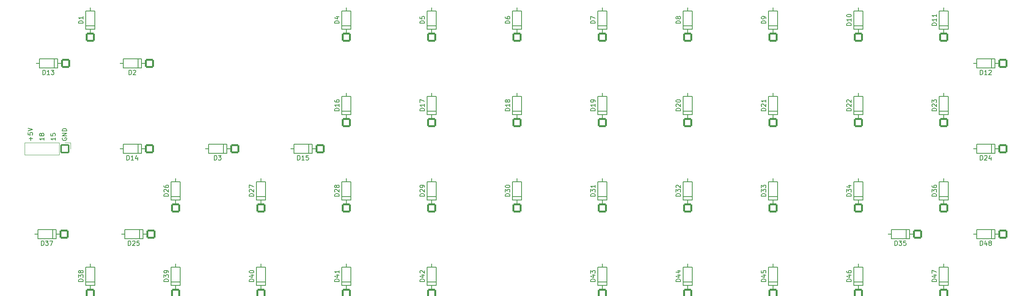
<source format=gto>
G04 #@! TF.GenerationSoftware,KiCad,Pcbnew,(6.0.0)*
G04 #@! TF.CreationDate,2022-02-06T23:40:04-05:00*
G04 #@! TF.ProjectId,Contra,436f6e74-7261-42e6-9b69-6361645f7063,rev?*
G04 #@! TF.SameCoordinates,Original*
G04 #@! TF.FileFunction,Legend,Top*
G04 #@! TF.FilePolarity,Positive*
%FSLAX46Y46*%
G04 Gerber Fmt 4.6, Leading zero omitted, Abs format (unit mm)*
G04 Created by KiCad (PCBNEW (6.0.0)) date 2022-02-06 23:40:04*
%MOMM*%
%LPD*%
G01*
G04 APERTURE LIST*
G04 Aperture macros list*
%AMRoundRect*
0 Rectangle with rounded corners*
0 $1 Rounding radius*
0 $2 $3 $4 $5 $6 $7 $8 $9 X,Y pos of 4 corners*
0 Add a 4 corners polygon primitive as box body*
4,1,4,$2,$3,$4,$5,$6,$7,$8,$9,$2,$3,0*
0 Add four circle primitives for the rounded corners*
1,1,$1+$1,$2,$3*
1,1,$1+$1,$4,$5*
1,1,$1+$1,$6,$7*
1,1,$1+$1,$8,$9*
0 Add four rect primitives between the rounded corners*
20,1,$1+$1,$2,$3,$4,$5,0*
20,1,$1+$1,$4,$5,$6,$7,0*
20,1,$1+$1,$6,$7,$8,$9,0*
20,1,$1+$1,$8,$9,$2,$3,0*%
G04 Aperture macros list end*
%ADD10C,0.150000*%
%ADD11C,0.120000*%
%ADD12C,2.150000*%
%ADD13C,4.387800*%
%ADD14C,3.448000*%
%ADD15C,1.100000*%
%ADD16C,4.800000*%
%ADD17RoundRect,0.200000X0.800000X-0.800000X0.800000X0.800000X-0.800000X0.800000X-0.800000X-0.800000X0*%
%ADD18O,2.000000X2.000000*%
%ADD19RoundRect,0.200000X0.800000X0.800000X-0.800000X0.800000X-0.800000X-0.800000X0.800000X-0.800000X0*%
%ADD20RoundRect,0.200000X-0.850000X0.850000X-0.850000X-0.850000X0.850000X-0.850000X0.850000X0.850000X0*%
%ADD21O,2.100000X2.100000*%
%ADD22C,2.432000*%
%ADD23C,2.200000*%
G04 APERTURE END LIST*
D10*
X41410000Y-64261904D02*
X41362380Y-64357142D01*
X41362380Y-64500000D01*
X41410000Y-64642857D01*
X41505238Y-64738095D01*
X41600476Y-64785714D01*
X41790952Y-64833333D01*
X41933809Y-64833333D01*
X42124285Y-64785714D01*
X42219523Y-64738095D01*
X42314761Y-64642857D01*
X42362380Y-64500000D01*
X42362380Y-64404761D01*
X42314761Y-64261904D01*
X42267142Y-64214285D01*
X41933809Y-64214285D01*
X41933809Y-64404761D01*
X42362380Y-63785714D02*
X41362380Y-63785714D01*
X42362380Y-63214285D01*
X41362380Y-63214285D01*
X42362380Y-62738095D02*
X41362380Y-62738095D01*
X41362380Y-62500000D01*
X41410000Y-62357142D01*
X41505238Y-62261904D01*
X41600476Y-62214285D01*
X41790952Y-62166666D01*
X41933809Y-62166666D01*
X42124285Y-62214285D01*
X42219523Y-62261904D01*
X42314761Y-62357142D01*
X42362380Y-62500000D01*
X42362380Y-62738095D01*
X37282380Y-64198476D02*
X37282380Y-64769904D01*
X37282380Y-64484190D02*
X36282380Y-64484190D01*
X36425238Y-64579428D01*
X36520476Y-64674666D01*
X36568095Y-64769904D01*
X36710952Y-63627047D02*
X36663333Y-63722285D01*
X36615714Y-63769904D01*
X36520476Y-63817523D01*
X36472857Y-63817523D01*
X36377619Y-63769904D01*
X36330000Y-63722285D01*
X36282380Y-63627047D01*
X36282380Y-63436571D01*
X36330000Y-63341333D01*
X36377619Y-63293714D01*
X36472857Y-63246095D01*
X36520476Y-63246095D01*
X36615714Y-63293714D01*
X36663333Y-63341333D01*
X36710952Y-63436571D01*
X36710952Y-63627047D01*
X36758571Y-63722285D01*
X36806190Y-63769904D01*
X36901428Y-63817523D01*
X37091904Y-63817523D01*
X37187142Y-63769904D01*
X37234761Y-63722285D01*
X37282380Y-63627047D01*
X37282380Y-63436571D01*
X37234761Y-63341333D01*
X37187142Y-63293714D01*
X37091904Y-63246095D01*
X36901428Y-63246095D01*
X36806190Y-63293714D01*
X36758571Y-63341333D01*
X36710952Y-63436571D01*
X39822380Y-64198476D02*
X39822380Y-64769904D01*
X39822380Y-64484190D02*
X38822380Y-64484190D01*
X38965238Y-64579428D01*
X39060476Y-64674666D01*
X39108095Y-64769904D01*
X38822380Y-63293714D02*
X38822380Y-63769904D01*
X39298571Y-63817523D01*
X39250952Y-63769904D01*
X39203333Y-63674666D01*
X39203333Y-63436571D01*
X39250952Y-63341333D01*
X39298571Y-63293714D01*
X39393809Y-63246095D01*
X39631904Y-63246095D01*
X39727142Y-63293714D01*
X39774761Y-63341333D01*
X39822380Y-63436571D01*
X39822380Y-63674666D01*
X39774761Y-63769904D01*
X39727142Y-63817523D01*
X34361428Y-64785714D02*
X34361428Y-64023809D01*
X34742380Y-64404761D02*
X33980476Y-64404761D01*
X33742380Y-63071428D02*
X33742380Y-63547619D01*
X34218571Y-63595238D01*
X34170952Y-63547619D01*
X34123333Y-63452380D01*
X34123333Y-63214285D01*
X34170952Y-63119047D01*
X34218571Y-63071428D01*
X34313809Y-63023809D01*
X34551904Y-63023809D01*
X34647142Y-63071428D01*
X34694761Y-63119047D01*
X34742380Y-63214285D01*
X34742380Y-63452380D01*
X34694761Y-63547619D01*
X34647142Y-63595238D01*
X33742380Y-62738095D02*
X34742380Y-62404761D01*
X33742380Y-62071428D01*
X46017380Y-38679345D02*
X45017380Y-38679345D01*
X45017380Y-38441250D01*
X45065000Y-38298392D01*
X45160238Y-38203154D01*
X45255476Y-38155535D01*
X45445952Y-38107916D01*
X45588809Y-38107916D01*
X45779285Y-38155535D01*
X45874523Y-38203154D01*
X45969761Y-38298392D01*
X46017380Y-38441250D01*
X46017380Y-38679345D01*
X46017380Y-37155535D02*
X46017380Y-37726964D01*
X46017380Y-37441250D02*
X45017380Y-37441250D01*
X45160238Y-37536488D01*
X45255476Y-37631726D01*
X45303095Y-37726964D01*
X56253154Y-50137380D02*
X56253154Y-49137380D01*
X56491250Y-49137380D01*
X56634107Y-49185000D01*
X56729345Y-49280238D01*
X56776964Y-49375476D01*
X56824583Y-49565952D01*
X56824583Y-49708809D01*
X56776964Y-49899285D01*
X56729345Y-49994523D01*
X56634107Y-50089761D01*
X56491250Y-50137380D01*
X56253154Y-50137380D01*
X57205535Y-49232619D02*
X57253154Y-49185000D01*
X57348392Y-49137380D01*
X57586488Y-49137380D01*
X57681726Y-49185000D01*
X57729345Y-49232619D01*
X57776964Y-49327857D01*
X57776964Y-49423095D01*
X57729345Y-49565952D01*
X57157916Y-50137380D01*
X57776964Y-50137380D01*
X75303154Y-69187380D02*
X75303154Y-68187380D01*
X75541250Y-68187380D01*
X75684107Y-68235000D01*
X75779345Y-68330238D01*
X75826964Y-68425476D01*
X75874583Y-68615952D01*
X75874583Y-68758809D01*
X75826964Y-68949285D01*
X75779345Y-69044523D01*
X75684107Y-69139761D01*
X75541250Y-69187380D01*
X75303154Y-69187380D01*
X76207916Y-68187380D02*
X76826964Y-68187380D01*
X76493630Y-68568333D01*
X76636488Y-68568333D01*
X76731726Y-68615952D01*
X76779345Y-68663571D01*
X76826964Y-68758809D01*
X76826964Y-68996904D01*
X76779345Y-69092142D01*
X76731726Y-69139761D01*
X76636488Y-69187380D01*
X76350773Y-69187380D01*
X76255535Y-69139761D01*
X76207916Y-69092142D01*
X103167380Y-38679345D02*
X102167380Y-38679345D01*
X102167380Y-38441250D01*
X102215000Y-38298392D01*
X102310238Y-38203154D01*
X102405476Y-38155535D01*
X102595952Y-38107916D01*
X102738809Y-38107916D01*
X102929285Y-38155535D01*
X103024523Y-38203154D01*
X103119761Y-38298392D01*
X103167380Y-38441250D01*
X103167380Y-38679345D01*
X102500714Y-37250773D02*
X103167380Y-37250773D01*
X102119761Y-37488869D02*
X102834047Y-37726964D01*
X102834047Y-37107916D01*
X122217380Y-38679345D02*
X121217380Y-38679345D01*
X121217380Y-38441250D01*
X121265000Y-38298392D01*
X121360238Y-38203154D01*
X121455476Y-38155535D01*
X121645952Y-38107916D01*
X121788809Y-38107916D01*
X121979285Y-38155535D01*
X122074523Y-38203154D01*
X122169761Y-38298392D01*
X122217380Y-38441250D01*
X122217380Y-38679345D01*
X121217380Y-37203154D02*
X121217380Y-37679345D01*
X121693571Y-37726964D01*
X121645952Y-37679345D01*
X121598333Y-37584107D01*
X121598333Y-37346011D01*
X121645952Y-37250773D01*
X121693571Y-37203154D01*
X121788809Y-37155535D01*
X122026904Y-37155535D01*
X122122142Y-37203154D01*
X122169761Y-37250773D01*
X122217380Y-37346011D01*
X122217380Y-37584107D01*
X122169761Y-37679345D01*
X122122142Y-37726964D01*
X141267380Y-38679345D02*
X140267380Y-38679345D01*
X140267380Y-38441250D01*
X140315000Y-38298392D01*
X140410238Y-38203154D01*
X140505476Y-38155535D01*
X140695952Y-38107916D01*
X140838809Y-38107916D01*
X141029285Y-38155535D01*
X141124523Y-38203154D01*
X141219761Y-38298392D01*
X141267380Y-38441250D01*
X141267380Y-38679345D01*
X140267380Y-37250773D02*
X140267380Y-37441250D01*
X140315000Y-37536488D01*
X140362619Y-37584107D01*
X140505476Y-37679345D01*
X140695952Y-37726964D01*
X141076904Y-37726964D01*
X141172142Y-37679345D01*
X141219761Y-37631726D01*
X141267380Y-37536488D01*
X141267380Y-37346011D01*
X141219761Y-37250773D01*
X141172142Y-37203154D01*
X141076904Y-37155535D01*
X140838809Y-37155535D01*
X140743571Y-37203154D01*
X140695952Y-37250773D01*
X140648333Y-37346011D01*
X140648333Y-37536488D01*
X140695952Y-37631726D01*
X140743571Y-37679345D01*
X140838809Y-37726964D01*
X160317380Y-38679345D02*
X159317380Y-38679345D01*
X159317380Y-38441250D01*
X159365000Y-38298392D01*
X159460238Y-38203154D01*
X159555476Y-38155535D01*
X159745952Y-38107916D01*
X159888809Y-38107916D01*
X160079285Y-38155535D01*
X160174523Y-38203154D01*
X160269761Y-38298392D01*
X160317380Y-38441250D01*
X160317380Y-38679345D01*
X159317380Y-37774583D02*
X159317380Y-37107916D01*
X160317380Y-37536488D01*
X179367380Y-38679345D02*
X178367380Y-38679345D01*
X178367380Y-38441250D01*
X178415000Y-38298392D01*
X178510238Y-38203154D01*
X178605476Y-38155535D01*
X178795952Y-38107916D01*
X178938809Y-38107916D01*
X179129285Y-38155535D01*
X179224523Y-38203154D01*
X179319761Y-38298392D01*
X179367380Y-38441250D01*
X179367380Y-38679345D01*
X178795952Y-37536488D02*
X178748333Y-37631726D01*
X178700714Y-37679345D01*
X178605476Y-37726964D01*
X178557857Y-37726964D01*
X178462619Y-37679345D01*
X178415000Y-37631726D01*
X178367380Y-37536488D01*
X178367380Y-37346011D01*
X178415000Y-37250773D01*
X178462619Y-37203154D01*
X178557857Y-37155535D01*
X178605476Y-37155535D01*
X178700714Y-37203154D01*
X178748333Y-37250773D01*
X178795952Y-37346011D01*
X178795952Y-37536488D01*
X178843571Y-37631726D01*
X178891190Y-37679345D01*
X178986428Y-37726964D01*
X179176904Y-37726964D01*
X179272142Y-37679345D01*
X179319761Y-37631726D01*
X179367380Y-37536488D01*
X179367380Y-37346011D01*
X179319761Y-37250773D01*
X179272142Y-37203154D01*
X179176904Y-37155535D01*
X178986428Y-37155535D01*
X178891190Y-37203154D01*
X178843571Y-37250773D01*
X178795952Y-37346011D01*
X198417380Y-38679345D02*
X197417380Y-38679345D01*
X197417380Y-38441250D01*
X197465000Y-38298392D01*
X197560238Y-38203154D01*
X197655476Y-38155535D01*
X197845952Y-38107916D01*
X197988809Y-38107916D01*
X198179285Y-38155535D01*
X198274523Y-38203154D01*
X198369761Y-38298392D01*
X198417380Y-38441250D01*
X198417380Y-38679345D01*
X198417380Y-37631726D02*
X198417380Y-37441250D01*
X198369761Y-37346011D01*
X198322142Y-37298392D01*
X198179285Y-37203154D01*
X197988809Y-37155535D01*
X197607857Y-37155535D01*
X197512619Y-37203154D01*
X197465000Y-37250773D01*
X197417380Y-37346011D01*
X197417380Y-37536488D01*
X197465000Y-37631726D01*
X197512619Y-37679345D01*
X197607857Y-37726964D01*
X197845952Y-37726964D01*
X197941190Y-37679345D01*
X197988809Y-37631726D01*
X198036428Y-37536488D01*
X198036428Y-37346011D01*
X197988809Y-37250773D01*
X197941190Y-37203154D01*
X197845952Y-37155535D01*
X217467380Y-39155535D02*
X216467380Y-39155535D01*
X216467380Y-38917440D01*
X216515000Y-38774583D01*
X216610238Y-38679345D01*
X216705476Y-38631726D01*
X216895952Y-38584107D01*
X217038809Y-38584107D01*
X217229285Y-38631726D01*
X217324523Y-38679345D01*
X217419761Y-38774583D01*
X217467380Y-38917440D01*
X217467380Y-39155535D01*
X217467380Y-37631726D02*
X217467380Y-38203154D01*
X217467380Y-37917440D02*
X216467380Y-37917440D01*
X216610238Y-38012678D01*
X216705476Y-38107916D01*
X216753095Y-38203154D01*
X216467380Y-37012678D02*
X216467380Y-36917440D01*
X216515000Y-36822202D01*
X216562619Y-36774583D01*
X216657857Y-36726964D01*
X216848333Y-36679345D01*
X217086428Y-36679345D01*
X217276904Y-36726964D01*
X217372142Y-36774583D01*
X217419761Y-36822202D01*
X217467380Y-36917440D01*
X217467380Y-37012678D01*
X217419761Y-37107916D01*
X217372142Y-37155535D01*
X217276904Y-37203154D01*
X217086428Y-37250773D01*
X216848333Y-37250773D01*
X216657857Y-37203154D01*
X216562619Y-37155535D01*
X216515000Y-37107916D01*
X216467380Y-37012678D01*
X236517380Y-39155535D02*
X235517380Y-39155535D01*
X235517380Y-38917440D01*
X235565000Y-38774583D01*
X235660238Y-38679345D01*
X235755476Y-38631726D01*
X235945952Y-38584107D01*
X236088809Y-38584107D01*
X236279285Y-38631726D01*
X236374523Y-38679345D01*
X236469761Y-38774583D01*
X236517380Y-38917440D01*
X236517380Y-39155535D01*
X236517380Y-37631726D02*
X236517380Y-38203154D01*
X236517380Y-37917440D02*
X235517380Y-37917440D01*
X235660238Y-38012678D01*
X235755476Y-38107916D01*
X235803095Y-38203154D01*
X236517380Y-36679345D02*
X236517380Y-37250773D01*
X236517380Y-36965059D02*
X235517380Y-36965059D01*
X235660238Y-37060297D01*
X235755476Y-37155535D01*
X235803095Y-37250773D01*
X246276964Y-50137380D02*
X246276964Y-49137380D01*
X246515059Y-49137380D01*
X246657916Y-49185000D01*
X246753154Y-49280238D01*
X246800773Y-49375476D01*
X246848392Y-49565952D01*
X246848392Y-49708809D01*
X246800773Y-49899285D01*
X246753154Y-49994523D01*
X246657916Y-50089761D01*
X246515059Y-50137380D01*
X246276964Y-50137380D01*
X247800773Y-50137380D02*
X247229345Y-50137380D01*
X247515059Y-50137380D02*
X247515059Y-49137380D01*
X247419821Y-49280238D01*
X247324583Y-49375476D01*
X247229345Y-49423095D01*
X248181726Y-49232619D02*
X248229345Y-49185000D01*
X248324583Y-49137380D01*
X248562678Y-49137380D01*
X248657916Y-49185000D01*
X248705535Y-49232619D01*
X248753154Y-49327857D01*
X248753154Y-49423095D01*
X248705535Y-49565952D01*
X248134107Y-50137380D01*
X248753154Y-50137380D01*
X37044464Y-50137380D02*
X37044464Y-49137380D01*
X37282559Y-49137380D01*
X37425416Y-49185000D01*
X37520654Y-49280238D01*
X37568273Y-49375476D01*
X37615892Y-49565952D01*
X37615892Y-49708809D01*
X37568273Y-49899285D01*
X37520654Y-49994523D01*
X37425416Y-50089761D01*
X37282559Y-50137380D01*
X37044464Y-50137380D01*
X38568273Y-50137380D02*
X37996845Y-50137380D01*
X38282559Y-50137380D02*
X38282559Y-49137380D01*
X38187321Y-49280238D01*
X38092083Y-49375476D01*
X37996845Y-49423095D01*
X38901607Y-49137380D02*
X39520654Y-49137380D01*
X39187321Y-49518333D01*
X39330178Y-49518333D01*
X39425416Y-49565952D01*
X39473035Y-49613571D01*
X39520654Y-49708809D01*
X39520654Y-49946904D01*
X39473035Y-50042142D01*
X39425416Y-50089761D01*
X39330178Y-50137380D01*
X39044464Y-50137380D01*
X38949226Y-50089761D01*
X38901607Y-50042142D01*
X55776964Y-69187380D02*
X55776964Y-68187380D01*
X56015059Y-68187380D01*
X56157916Y-68235000D01*
X56253154Y-68330238D01*
X56300773Y-68425476D01*
X56348392Y-68615952D01*
X56348392Y-68758809D01*
X56300773Y-68949285D01*
X56253154Y-69044523D01*
X56157916Y-69139761D01*
X56015059Y-69187380D01*
X55776964Y-69187380D01*
X57300773Y-69187380D02*
X56729345Y-69187380D01*
X57015059Y-69187380D02*
X57015059Y-68187380D01*
X56919821Y-68330238D01*
X56824583Y-68425476D01*
X56729345Y-68473095D01*
X58157916Y-68520714D02*
X58157916Y-69187380D01*
X57919821Y-68139761D02*
X57681726Y-68854047D01*
X58300773Y-68854047D01*
X93876964Y-69187380D02*
X93876964Y-68187380D01*
X94115059Y-68187380D01*
X94257916Y-68235000D01*
X94353154Y-68330238D01*
X94400773Y-68425476D01*
X94448392Y-68615952D01*
X94448392Y-68758809D01*
X94400773Y-68949285D01*
X94353154Y-69044523D01*
X94257916Y-69139761D01*
X94115059Y-69187380D01*
X93876964Y-69187380D01*
X95400773Y-69187380D02*
X94829345Y-69187380D01*
X95115059Y-69187380D02*
X95115059Y-68187380D01*
X95019821Y-68330238D01*
X94924583Y-68425476D01*
X94829345Y-68473095D01*
X96305535Y-68187380D02*
X95829345Y-68187380D01*
X95781726Y-68663571D01*
X95829345Y-68615952D01*
X95924583Y-68568333D01*
X96162678Y-68568333D01*
X96257916Y-68615952D01*
X96305535Y-68663571D01*
X96353154Y-68758809D01*
X96353154Y-68996904D01*
X96305535Y-69092142D01*
X96257916Y-69139761D01*
X96162678Y-69187380D01*
X95924583Y-69187380D01*
X95829345Y-69139761D01*
X95781726Y-69092142D01*
X103167380Y-58205535D02*
X102167380Y-58205535D01*
X102167380Y-57967440D01*
X102215000Y-57824583D01*
X102310238Y-57729345D01*
X102405476Y-57681726D01*
X102595952Y-57634107D01*
X102738809Y-57634107D01*
X102929285Y-57681726D01*
X103024523Y-57729345D01*
X103119761Y-57824583D01*
X103167380Y-57967440D01*
X103167380Y-58205535D01*
X103167380Y-56681726D02*
X103167380Y-57253154D01*
X103167380Y-56967440D02*
X102167380Y-56967440D01*
X102310238Y-57062678D01*
X102405476Y-57157916D01*
X102453095Y-57253154D01*
X102167380Y-55824583D02*
X102167380Y-56015059D01*
X102215000Y-56110297D01*
X102262619Y-56157916D01*
X102405476Y-56253154D01*
X102595952Y-56300773D01*
X102976904Y-56300773D01*
X103072142Y-56253154D01*
X103119761Y-56205535D01*
X103167380Y-56110297D01*
X103167380Y-55919821D01*
X103119761Y-55824583D01*
X103072142Y-55776964D01*
X102976904Y-55729345D01*
X102738809Y-55729345D01*
X102643571Y-55776964D01*
X102595952Y-55824583D01*
X102548333Y-55919821D01*
X102548333Y-56110297D01*
X102595952Y-56205535D01*
X102643571Y-56253154D01*
X102738809Y-56300773D01*
X122217380Y-58205535D02*
X121217380Y-58205535D01*
X121217380Y-57967440D01*
X121265000Y-57824583D01*
X121360238Y-57729345D01*
X121455476Y-57681726D01*
X121645952Y-57634107D01*
X121788809Y-57634107D01*
X121979285Y-57681726D01*
X122074523Y-57729345D01*
X122169761Y-57824583D01*
X122217380Y-57967440D01*
X122217380Y-58205535D01*
X122217380Y-56681726D02*
X122217380Y-57253154D01*
X122217380Y-56967440D02*
X121217380Y-56967440D01*
X121360238Y-57062678D01*
X121455476Y-57157916D01*
X121503095Y-57253154D01*
X121217380Y-56348392D02*
X121217380Y-55681726D01*
X122217380Y-56110297D01*
X141267380Y-58205535D02*
X140267380Y-58205535D01*
X140267380Y-57967440D01*
X140315000Y-57824583D01*
X140410238Y-57729345D01*
X140505476Y-57681726D01*
X140695952Y-57634107D01*
X140838809Y-57634107D01*
X141029285Y-57681726D01*
X141124523Y-57729345D01*
X141219761Y-57824583D01*
X141267380Y-57967440D01*
X141267380Y-58205535D01*
X141267380Y-56681726D02*
X141267380Y-57253154D01*
X141267380Y-56967440D02*
X140267380Y-56967440D01*
X140410238Y-57062678D01*
X140505476Y-57157916D01*
X140553095Y-57253154D01*
X140695952Y-56110297D02*
X140648333Y-56205535D01*
X140600714Y-56253154D01*
X140505476Y-56300773D01*
X140457857Y-56300773D01*
X140362619Y-56253154D01*
X140315000Y-56205535D01*
X140267380Y-56110297D01*
X140267380Y-55919821D01*
X140315000Y-55824583D01*
X140362619Y-55776964D01*
X140457857Y-55729345D01*
X140505476Y-55729345D01*
X140600714Y-55776964D01*
X140648333Y-55824583D01*
X140695952Y-55919821D01*
X140695952Y-56110297D01*
X140743571Y-56205535D01*
X140791190Y-56253154D01*
X140886428Y-56300773D01*
X141076904Y-56300773D01*
X141172142Y-56253154D01*
X141219761Y-56205535D01*
X141267380Y-56110297D01*
X141267380Y-55919821D01*
X141219761Y-55824583D01*
X141172142Y-55776964D01*
X141076904Y-55729345D01*
X140886428Y-55729345D01*
X140791190Y-55776964D01*
X140743571Y-55824583D01*
X140695952Y-55919821D01*
X160317380Y-58205535D02*
X159317380Y-58205535D01*
X159317380Y-57967440D01*
X159365000Y-57824583D01*
X159460238Y-57729345D01*
X159555476Y-57681726D01*
X159745952Y-57634107D01*
X159888809Y-57634107D01*
X160079285Y-57681726D01*
X160174523Y-57729345D01*
X160269761Y-57824583D01*
X160317380Y-57967440D01*
X160317380Y-58205535D01*
X160317380Y-56681726D02*
X160317380Y-57253154D01*
X160317380Y-56967440D02*
X159317380Y-56967440D01*
X159460238Y-57062678D01*
X159555476Y-57157916D01*
X159603095Y-57253154D01*
X160317380Y-56205535D02*
X160317380Y-56015059D01*
X160269761Y-55919821D01*
X160222142Y-55872202D01*
X160079285Y-55776964D01*
X159888809Y-55729345D01*
X159507857Y-55729345D01*
X159412619Y-55776964D01*
X159365000Y-55824583D01*
X159317380Y-55919821D01*
X159317380Y-56110297D01*
X159365000Y-56205535D01*
X159412619Y-56253154D01*
X159507857Y-56300773D01*
X159745952Y-56300773D01*
X159841190Y-56253154D01*
X159888809Y-56205535D01*
X159936428Y-56110297D01*
X159936428Y-55919821D01*
X159888809Y-55824583D01*
X159841190Y-55776964D01*
X159745952Y-55729345D01*
X179367380Y-58205535D02*
X178367380Y-58205535D01*
X178367380Y-57967440D01*
X178415000Y-57824583D01*
X178510238Y-57729345D01*
X178605476Y-57681726D01*
X178795952Y-57634107D01*
X178938809Y-57634107D01*
X179129285Y-57681726D01*
X179224523Y-57729345D01*
X179319761Y-57824583D01*
X179367380Y-57967440D01*
X179367380Y-58205535D01*
X178462619Y-57253154D02*
X178415000Y-57205535D01*
X178367380Y-57110297D01*
X178367380Y-56872202D01*
X178415000Y-56776964D01*
X178462619Y-56729345D01*
X178557857Y-56681726D01*
X178653095Y-56681726D01*
X178795952Y-56729345D01*
X179367380Y-57300773D01*
X179367380Y-56681726D01*
X178367380Y-56062678D02*
X178367380Y-55967440D01*
X178415000Y-55872202D01*
X178462619Y-55824583D01*
X178557857Y-55776964D01*
X178748333Y-55729345D01*
X178986428Y-55729345D01*
X179176904Y-55776964D01*
X179272142Y-55824583D01*
X179319761Y-55872202D01*
X179367380Y-55967440D01*
X179367380Y-56062678D01*
X179319761Y-56157916D01*
X179272142Y-56205535D01*
X179176904Y-56253154D01*
X178986428Y-56300773D01*
X178748333Y-56300773D01*
X178557857Y-56253154D01*
X178462619Y-56205535D01*
X178415000Y-56157916D01*
X178367380Y-56062678D01*
X198417380Y-58205535D02*
X197417380Y-58205535D01*
X197417380Y-57967440D01*
X197465000Y-57824583D01*
X197560238Y-57729345D01*
X197655476Y-57681726D01*
X197845952Y-57634107D01*
X197988809Y-57634107D01*
X198179285Y-57681726D01*
X198274523Y-57729345D01*
X198369761Y-57824583D01*
X198417380Y-57967440D01*
X198417380Y-58205535D01*
X197512619Y-57253154D02*
X197465000Y-57205535D01*
X197417380Y-57110297D01*
X197417380Y-56872202D01*
X197465000Y-56776964D01*
X197512619Y-56729345D01*
X197607857Y-56681726D01*
X197703095Y-56681726D01*
X197845952Y-56729345D01*
X198417380Y-57300773D01*
X198417380Y-56681726D01*
X198417380Y-55729345D02*
X198417380Y-56300773D01*
X198417380Y-56015059D02*
X197417380Y-56015059D01*
X197560238Y-56110297D01*
X197655476Y-56205535D01*
X197703095Y-56300773D01*
X217467380Y-58205535D02*
X216467380Y-58205535D01*
X216467380Y-57967440D01*
X216515000Y-57824583D01*
X216610238Y-57729345D01*
X216705476Y-57681726D01*
X216895952Y-57634107D01*
X217038809Y-57634107D01*
X217229285Y-57681726D01*
X217324523Y-57729345D01*
X217419761Y-57824583D01*
X217467380Y-57967440D01*
X217467380Y-58205535D01*
X216562619Y-57253154D02*
X216515000Y-57205535D01*
X216467380Y-57110297D01*
X216467380Y-56872202D01*
X216515000Y-56776964D01*
X216562619Y-56729345D01*
X216657857Y-56681726D01*
X216753095Y-56681726D01*
X216895952Y-56729345D01*
X217467380Y-57300773D01*
X217467380Y-56681726D01*
X216562619Y-56300773D02*
X216515000Y-56253154D01*
X216467380Y-56157916D01*
X216467380Y-55919821D01*
X216515000Y-55824583D01*
X216562619Y-55776964D01*
X216657857Y-55729345D01*
X216753095Y-55729345D01*
X216895952Y-55776964D01*
X217467380Y-56348392D01*
X217467380Y-55729345D01*
X236517380Y-58205535D02*
X235517380Y-58205535D01*
X235517380Y-57967440D01*
X235565000Y-57824583D01*
X235660238Y-57729345D01*
X235755476Y-57681726D01*
X235945952Y-57634107D01*
X236088809Y-57634107D01*
X236279285Y-57681726D01*
X236374523Y-57729345D01*
X236469761Y-57824583D01*
X236517380Y-57967440D01*
X236517380Y-58205535D01*
X235612619Y-57253154D02*
X235565000Y-57205535D01*
X235517380Y-57110297D01*
X235517380Y-56872202D01*
X235565000Y-56776964D01*
X235612619Y-56729345D01*
X235707857Y-56681726D01*
X235803095Y-56681726D01*
X235945952Y-56729345D01*
X236517380Y-57300773D01*
X236517380Y-56681726D01*
X235517380Y-56348392D02*
X235517380Y-55729345D01*
X235898333Y-56062678D01*
X235898333Y-55919821D01*
X235945952Y-55824583D01*
X235993571Y-55776964D01*
X236088809Y-55729345D01*
X236326904Y-55729345D01*
X236422142Y-55776964D01*
X236469761Y-55824583D01*
X236517380Y-55919821D01*
X236517380Y-56205535D01*
X236469761Y-56300773D01*
X236422142Y-56348392D01*
X246276964Y-69187380D02*
X246276964Y-68187380D01*
X246515059Y-68187380D01*
X246657916Y-68235000D01*
X246753154Y-68330238D01*
X246800773Y-68425476D01*
X246848392Y-68615952D01*
X246848392Y-68758809D01*
X246800773Y-68949285D01*
X246753154Y-69044523D01*
X246657916Y-69139761D01*
X246515059Y-69187380D01*
X246276964Y-69187380D01*
X247229345Y-68282619D02*
X247276964Y-68235000D01*
X247372202Y-68187380D01*
X247610297Y-68187380D01*
X247705535Y-68235000D01*
X247753154Y-68282619D01*
X247800773Y-68377857D01*
X247800773Y-68473095D01*
X247753154Y-68615952D01*
X247181726Y-69187380D01*
X247800773Y-69187380D01*
X248657916Y-68520714D02*
X248657916Y-69187380D01*
X248419821Y-68139761D02*
X248181726Y-68854047D01*
X248800773Y-68854047D01*
X56094464Y-88237380D02*
X56094464Y-87237380D01*
X56332559Y-87237380D01*
X56475416Y-87285000D01*
X56570654Y-87380238D01*
X56618273Y-87475476D01*
X56665892Y-87665952D01*
X56665892Y-87808809D01*
X56618273Y-87999285D01*
X56570654Y-88094523D01*
X56475416Y-88189761D01*
X56332559Y-88237380D01*
X56094464Y-88237380D01*
X57046845Y-87332619D02*
X57094464Y-87285000D01*
X57189702Y-87237380D01*
X57427797Y-87237380D01*
X57523035Y-87285000D01*
X57570654Y-87332619D01*
X57618273Y-87427857D01*
X57618273Y-87523095D01*
X57570654Y-87665952D01*
X56999226Y-88237380D01*
X57618273Y-88237380D01*
X58523035Y-87237380D02*
X58046845Y-87237380D01*
X57999226Y-87713571D01*
X58046845Y-87665952D01*
X58142083Y-87618333D01*
X58380178Y-87618333D01*
X58475416Y-87665952D01*
X58523035Y-87713571D01*
X58570654Y-87808809D01*
X58570654Y-88046904D01*
X58523035Y-88142142D01*
X58475416Y-88189761D01*
X58380178Y-88237380D01*
X58142083Y-88237380D01*
X58046845Y-88189761D01*
X57999226Y-88142142D01*
X65067380Y-77255535D02*
X64067380Y-77255535D01*
X64067380Y-77017440D01*
X64115000Y-76874583D01*
X64210238Y-76779345D01*
X64305476Y-76731726D01*
X64495952Y-76684107D01*
X64638809Y-76684107D01*
X64829285Y-76731726D01*
X64924523Y-76779345D01*
X65019761Y-76874583D01*
X65067380Y-77017440D01*
X65067380Y-77255535D01*
X64162619Y-76303154D02*
X64115000Y-76255535D01*
X64067380Y-76160297D01*
X64067380Y-75922202D01*
X64115000Y-75826964D01*
X64162619Y-75779345D01*
X64257857Y-75731726D01*
X64353095Y-75731726D01*
X64495952Y-75779345D01*
X65067380Y-76350773D01*
X65067380Y-75731726D01*
X64067380Y-74874583D02*
X64067380Y-75065059D01*
X64115000Y-75160297D01*
X64162619Y-75207916D01*
X64305476Y-75303154D01*
X64495952Y-75350773D01*
X64876904Y-75350773D01*
X64972142Y-75303154D01*
X65019761Y-75255535D01*
X65067380Y-75160297D01*
X65067380Y-74969821D01*
X65019761Y-74874583D01*
X64972142Y-74826964D01*
X64876904Y-74779345D01*
X64638809Y-74779345D01*
X64543571Y-74826964D01*
X64495952Y-74874583D01*
X64448333Y-74969821D01*
X64448333Y-75160297D01*
X64495952Y-75255535D01*
X64543571Y-75303154D01*
X64638809Y-75350773D01*
X84117380Y-77255535D02*
X83117380Y-77255535D01*
X83117380Y-77017440D01*
X83165000Y-76874583D01*
X83260238Y-76779345D01*
X83355476Y-76731726D01*
X83545952Y-76684107D01*
X83688809Y-76684107D01*
X83879285Y-76731726D01*
X83974523Y-76779345D01*
X84069761Y-76874583D01*
X84117380Y-77017440D01*
X84117380Y-77255535D01*
X83212619Y-76303154D02*
X83165000Y-76255535D01*
X83117380Y-76160297D01*
X83117380Y-75922202D01*
X83165000Y-75826964D01*
X83212619Y-75779345D01*
X83307857Y-75731726D01*
X83403095Y-75731726D01*
X83545952Y-75779345D01*
X84117380Y-76350773D01*
X84117380Y-75731726D01*
X83117380Y-75398392D02*
X83117380Y-74731726D01*
X84117380Y-75160297D01*
X103167380Y-77255535D02*
X102167380Y-77255535D01*
X102167380Y-77017440D01*
X102215000Y-76874583D01*
X102310238Y-76779345D01*
X102405476Y-76731726D01*
X102595952Y-76684107D01*
X102738809Y-76684107D01*
X102929285Y-76731726D01*
X103024523Y-76779345D01*
X103119761Y-76874583D01*
X103167380Y-77017440D01*
X103167380Y-77255535D01*
X102262619Y-76303154D02*
X102215000Y-76255535D01*
X102167380Y-76160297D01*
X102167380Y-75922202D01*
X102215000Y-75826964D01*
X102262619Y-75779345D01*
X102357857Y-75731726D01*
X102453095Y-75731726D01*
X102595952Y-75779345D01*
X103167380Y-76350773D01*
X103167380Y-75731726D01*
X102595952Y-75160297D02*
X102548333Y-75255535D01*
X102500714Y-75303154D01*
X102405476Y-75350773D01*
X102357857Y-75350773D01*
X102262619Y-75303154D01*
X102215000Y-75255535D01*
X102167380Y-75160297D01*
X102167380Y-74969821D01*
X102215000Y-74874583D01*
X102262619Y-74826964D01*
X102357857Y-74779345D01*
X102405476Y-74779345D01*
X102500714Y-74826964D01*
X102548333Y-74874583D01*
X102595952Y-74969821D01*
X102595952Y-75160297D01*
X102643571Y-75255535D01*
X102691190Y-75303154D01*
X102786428Y-75350773D01*
X102976904Y-75350773D01*
X103072142Y-75303154D01*
X103119761Y-75255535D01*
X103167380Y-75160297D01*
X103167380Y-74969821D01*
X103119761Y-74874583D01*
X103072142Y-74826964D01*
X102976904Y-74779345D01*
X102786428Y-74779345D01*
X102691190Y-74826964D01*
X102643571Y-74874583D01*
X102595952Y-74969821D01*
X122217380Y-77255535D02*
X121217380Y-77255535D01*
X121217380Y-77017440D01*
X121265000Y-76874583D01*
X121360238Y-76779345D01*
X121455476Y-76731726D01*
X121645952Y-76684107D01*
X121788809Y-76684107D01*
X121979285Y-76731726D01*
X122074523Y-76779345D01*
X122169761Y-76874583D01*
X122217380Y-77017440D01*
X122217380Y-77255535D01*
X121312619Y-76303154D02*
X121265000Y-76255535D01*
X121217380Y-76160297D01*
X121217380Y-75922202D01*
X121265000Y-75826964D01*
X121312619Y-75779345D01*
X121407857Y-75731726D01*
X121503095Y-75731726D01*
X121645952Y-75779345D01*
X122217380Y-76350773D01*
X122217380Y-75731726D01*
X122217380Y-75255535D02*
X122217380Y-75065059D01*
X122169761Y-74969821D01*
X122122142Y-74922202D01*
X121979285Y-74826964D01*
X121788809Y-74779345D01*
X121407857Y-74779345D01*
X121312619Y-74826964D01*
X121265000Y-74874583D01*
X121217380Y-74969821D01*
X121217380Y-75160297D01*
X121265000Y-75255535D01*
X121312619Y-75303154D01*
X121407857Y-75350773D01*
X121645952Y-75350773D01*
X121741190Y-75303154D01*
X121788809Y-75255535D01*
X121836428Y-75160297D01*
X121836428Y-74969821D01*
X121788809Y-74874583D01*
X121741190Y-74826964D01*
X121645952Y-74779345D01*
X141267380Y-77255535D02*
X140267380Y-77255535D01*
X140267380Y-77017440D01*
X140315000Y-76874583D01*
X140410238Y-76779345D01*
X140505476Y-76731726D01*
X140695952Y-76684107D01*
X140838809Y-76684107D01*
X141029285Y-76731726D01*
X141124523Y-76779345D01*
X141219761Y-76874583D01*
X141267380Y-77017440D01*
X141267380Y-77255535D01*
X140267380Y-76350773D02*
X140267380Y-75731726D01*
X140648333Y-76065059D01*
X140648333Y-75922202D01*
X140695952Y-75826964D01*
X140743571Y-75779345D01*
X140838809Y-75731726D01*
X141076904Y-75731726D01*
X141172142Y-75779345D01*
X141219761Y-75826964D01*
X141267380Y-75922202D01*
X141267380Y-76207916D01*
X141219761Y-76303154D01*
X141172142Y-76350773D01*
X140267380Y-75112678D02*
X140267380Y-75017440D01*
X140315000Y-74922202D01*
X140362619Y-74874583D01*
X140457857Y-74826964D01*
X140648333Y-74779345D01*
X140886428Y-74779345D01*
X141076904Y-74826964D01*
X141172142Y-74874583D01*
X141219761Y-74922202D01*
X141267380Y-75017440D01*
X141267380Y-75112678D01*
X141219761Y-75207916D01*
X141172142Y-75255535D01*
X141076904Y-75303154D01*
X140886428Y-75350773D01*
X140648333Y-75350773D01*
X140457857Y-75303154D01*
X140362619Y-75255535D01*
X140315000Y-75207916D01*
X140267380Y-75112678D01*
X160317380Y-77255535D02*
X159317380Y-77255535D01*
X159317380Y-77017440D01*
X159365000Y-76874583D01*
X159460238Y-76779345D01*
X159555476Y-76731726D01*
X159745952Y-76684107D01*
X159888809Y-76684107D01*
X160079285Y-76731726D01*
X160174523Y-76779345D01*
X160269761Y-76874583D01*
X160317380Y-77017440D01*
X160317380Y-77255535D01*
X159317380Y-76350773D02*
X159317380Y-75731726D01*
X159698333Y-76065059D01*
X159698333Y-75922202D01*
X159745952Y-75826964D01*
X159793571Y-75779345D01*
X159888809Y-75731726D01*
X160126904Y-75731726D01*
X160222142Y-75779345D01*
X160269761Y-75826964D01*
X160317380Y-75922202D01*
X160317380Y-76207916D01*
X160269761Y-76303154D01*
X160222142Y-76350773D01*
X160317380Y-74779345D02*
X160317380Y-75350773D01*
X160317380Y-75065059D02*
X159317380Y-75065059D01*
X159460238Y-75160297D01*
X159555476Y-75255535D01*
X159603095Y-75350773D01*
X179367380Y-77255535D02*
X178367380Y-77255535D01*
X178367380Y-77017440D01*
X178415000Y-76874583D01*
X178510238Y-76779345D01*
X178605476Y-76731726D01*
X178795952Y-76684107D01*
X178938809Y-76684107D01*
X179129285Y-76731726D01*
X179224523Y-76779345D01*
X179319761Y-76874583D01*
X179367380Y-77017440D01*
X179367380Y-77255535D01*
X178367380Y-76350773D02*
X178367380Y-75731726D01*
X178748333Y-76065059D01*
X178748333Y-75922202D01*
X178795952Y-75826964D01*
X178843571Y-75779345D01*
X178938809Y-75731726D01*
X179176904Y-75731726D01*
X179272142Y-75779345D01*
X179319761Y-75826964D01*
X179367380Y-75922202D01*
X179367380Y-76207916D01*
X179319761Y-76303154D01*
X179272142Y-76350773D01*
X178462619Y-75350773D02*
X178415000Y-75303154D01*
X178367380Y-75207916D01*
X178367380Y-74969821D01*
X178415000Y-74874583D01*
X178462619Y-74826964D01*
X178557857Y-74779345D01*
X178653095Y-74779345D01*
X178795952Y-74826964D01*
X179367380Y-75398392D01*
X179367380Y-74779345D01*
X198417380Y-77255535D02*
X197417380Y-77255535D01*
X197417380Y-77017440D01*
X197465000Y-76874583D01*
X197560238Y-76779345D01*
X197655476Y-76731726D01*
X197845952Y-76684107D01*
X197988809Y-76684107D01*
X198179285Y-76731726D01*
X198274523Y-76779345D01*
X198369761Y-76874583D01*
X198417380Y-77017440D01*
X198417380Y-77255535D01*
X197417380Y-76350773D02*
X197417380Y-75731726D01*
X197798333Y-76065059D01*
X197798333Y-75922202D01*
X197845952Y-75826964D01*
X197893571Y-75779345D01*
X197988809Y-75731726D01*
X198226904Y-75731726D01*
X198322142Y-75779345D01*
X198369761Y-75826964D01*
X198417380Y-75922202D01*
X198417380Y-76207916D01*
X198369761Y-76303154D01*
X198322142Y-76350773D01*
X197417380Y-75398392D02*
X197417380Y-74779345D01*
X197798333Y-75112678D01*
X197798333Y-74969821D01*
X197845952Y-74874583D01*
X197893571Y-74826964D01*
X197988809Y-74779345D01*
X198226904Y-74779345D01*
X198322142Y-74826964D01*
X198369761Y-74874583D01*
X198417380Y-74969821D01*
X198417380Y-75255535D01*
X198369761Y-75350773D01*
X198322142Y-75398392D01*
X217467380Y-77255535D02*
X216467380Y-77255535D01*
X216467380Y-77017440D01*
X216515000Y-76874583D01*
X216610238Y-76779345D01*
X216705476Y-76731726D01*
X216895952Y-76684107D01*
X217038809Y-76684107D01*
X217229285Y-76731726D01*
X217324523Y-76779345D01*
X217419761Y-76874583D01*
X217467380Y-77017440D01*
X217467380Y-77255535D01*
X216467380Y-76350773D02*
X216467380Y-75731726D01*
X216848333Y-76065059D01*
X216848333Y-75922202D01*
X216895952Y-75826964D01*
X216943571Y-75779345D01*
X217038809Y-75731726D01*
X217276904Y-75731726D01*
X217372142Y-75779345D01*
X217419761Y-75826964D01*
X217467380Y-75922202D01*
X217467380Y-76207916D01*
X217419761Y-76303154D01*
X217372142Y-76350773D01*
X216800714Y-74874583D02*
X217467380Y-74874583D01*
X216419761Y-75112678D02*
X217134047Y-75350773D01*
X217134047Y-74731726D01*
X227226964Y-88237380D02*
X227226964Y-87237380D01*
X227465059Y-87237380D01*
X227607916Y-87285000D01*
X227703154Y-87380238D01*
X227750773Y-87475476D01*
X227798392Y-87665952D01*
X227798392Y-87808809D01*
X227750773Y-87999285D01*
X227703154Y-88094523D01*
X227607916Y-88189761D01*
X227465059Y-88237380D01*
X227226964Y-88237380D01*
X228131726Y-87237380D02*
X228750773Y-87237380D01*
X228417440Y-87618333D01*
X228560297Y-87618333D01*
X228655535Y-87665952D01*
X228703154Y-87713571D01*
X228750773Y-87808809D01*
X228750773Y-88046904D01*
X228703154Y-88142142D01*
X228655535Y-88189761D01*
X228560297Y-88237380D01*
X228274583Y-88237380D01*
X228179345Y-88189761D01*
X228131726Y-88142142D01*
X229655535Y-87237380D02*
X229179345Y-87237380D01*
X229131726Y-87713571D01*
X229179345Y-87665952D01*
X229274583Y-87618333D01*
X229512678Y-87618333D01*
X229607916Y-87665952D01*
X229655535Y-87713571D01*
X229703154Y-87808809D01*
X229703154Y-88046904D01*
X229655535Y-88142142D01*
X229607916Y-88189761D01*
X229512678Y-88237380D01*
X229274583Y-88237380D01*
X229179345Y-88189761D01*
X229131726Y-88142142D01*
X236517380Y-77255535D02*
X235517380Y-77255535D01*
X235517380Y-77017440D01*
X235565000Y-76874583D01*
X235660238Y-76779345D01*
X235755476Y-76731726D01*
X235945952Y-76684107D01*
X236088809Y-76684107D01*
X236279285Y-76731726D01*
X236374523Y-76779345D01*
X236469761Y-76874583D01*
X236517380Y-77017440D01*
X236517380Y-77255535D01*
X235517380Y-76350773D02*
X235517380Y-75731726D01*
X235898333Y-76065059D01*
X235898333Y-75922202D01*
X235945952Y-75826964D01*
X235993571Y-75779345D01*
X236088809Y-75731726D01*
X236326904Y-75731726D01*
X236422142Y-75779345D01*
X236469761Y-75826964D01*
X236517380Y-75922202D01*
X236517380Y-76207916D01*
X236469761Y-76303154D01*
X236422142Y-76350773D01*
X235517380Y-74874583D02*
X235517380Y-75065059D01*
X235565000Y-75160297D01*
X235612619Y-75207916D01*
X235755476Y-75303154D01*
X235945952Y-75350773D01*
X236326904Y-75350773D01*
X236422142Y-75303154D01*
X236469761Y-75255535D01*
X236517380Y-75160297D01*
X236517380Y-74969821D01*
X236469761Y-74874583D01*
X236422142Y-74826964D01*
X236326904Y-74779345D01*
X236088809Y-74779345D01*
X235993571Y-74826964D01*
X235945952Y-74874583D01*
X235898333Y-74969821D01*
X235898333Y-75160297D01*
X235945952Y-75255535D01*
X235993571Y-75303154D01*
X236088809Y-75350773D01*
X36726964Y-88237380D02*
X36726964Y-87237380D01*
X36965059Y-87237380D01*
X37107916Y-87285000D01*
X37203154Y-87380238D01*
X37250773Y-87475476D01*
X37298392Y-87665952D01*
X37298392Y-87808809D01*
X37250773Y-87999285D01*
X37203154Y-88094523D01*
X37107916Y-88189761D01*
X36965059Y-88237380D01*
X36726964Y-88237380D01*
X37631726Y-87237380D02*
X38250773Y-87237380D01*
X37917440Y-87618333D01*
X38060297Y-87618333D01*
X38155535Y-87665952D01*
X38203154Y-87713571D01*
X38250773Y-87808809D01*
X38250773Y-88046904D01*
X38203154Y-88142142D01*
X38155535Y-88189761D01*
X38060297Y-88237380D01*
X37774583Y-88237380D01*
X37679345Y-88189761D01*
X37631726Y-88142142D01*
X38584107Y-87237380D02*
X39250773Y-87237380D01*
X38822202Y-88237380D01*
X46017380Y-96305535D02*
X45017380Y-96305535D01*
X45017380Y-96067440D01*
X45065000Y-95924583D01*
X45160238Y-95829345D01*
X45255476Y-95781726D01*
X45445952Y-95734107D01*
X45588809Y-95734107D01*
X45779285Y-95781726D01*
X45874523Y-95829345D01*
X45969761Y-95924583D01*
X46017380Y-96067440D01*
X46017380Y-96305535D01*
X45017380Y-95400773D02*
X45017380Y-94781726D01*
X45398333Y-95115059D01*
X45398333Y-94972202D01*
X45445952Y-94876964D01*
X45493571Y-94829345D01*
X45588809Y-94781726D01*
X45826904Y-94781726D01*
X45922142Y-94829345D01*
X45969761Y-94876964D01*
X46017380Y-94972202D01*
X46017380Y-95257916D01*
X45969761Y-95353154D01*
X45922142Y-95400773D01*
X45445952Y-94210297D02*
X45398333Y-94305535D01*
X45350714Y-94353154D01*
X45255476Y-94400773D01*
X45207857Y-94400773D01*
X45112619Y-94353154D01*
X45065000Y-94305535D01*
X45017380Y-94210297D01*
X45017380Y-94019821D01*
X45065000Y-93924583D01*
X45112619Y-93876964D01*
X45207857Y-93829345D01*
X45255476Y-93829345D01*
X45350714Y-93876964D01*
X45398333Y-93924583D01*
X45445952Y-94019821D01*
X45445952Y-94210297D01*
X45493571Y-94305535D01*
X45541190Y-94353154D01*
X45636428Y-94400773D01*
X45826904Y-94400773D01*
X45922142Y-94353154D01*
X45969761Y-94305535D01*
X46017380Y-94210297D01*
X46017380Y-94019821D01*
X45969761Y-93924583D01*
X45922142Y-93876964D01*
X45826904Y-93829345D01*
X45636428Y-93829345D01*
X45541190Y-93876964D01*
X45493571Y-93924583D01*
X45445952Y-94019821D01*
X65067380Y-96305535D02*
X64067380Y-96305535D01*
X64067380Y-96067440D01*
X64115000Y-95924583D01*
X64210238Y-95829345D01*
X64305476Y-95781726D01*
X64495952Y-95734107D01*
X64638809Y-95734107D01*
X64829285Y-95781726D01*
X64924523Y-95829345D01*
X65019761Y-95924583D01*
X65067380Y-96067440D01*
X65067380Y-96305535D01*
X64067380Y-95400773D02*
X64067380Y-94781726D01*
X64448333Y-95115059D01*
X64448333Y-94972202D01*
X64495952Y-94876964D01*
X64543571Y-94829345D01*
X64638809Y-94781726D01*
X64876904Y-94781726D01*
X64972142Y-94829345D01*
X65019761Y-94876964D01*
X65067380Y-94972202D01*
X65067380Y-95257916D01*
X65019761Y-95353154D01*
X64972142Y-95400773D01*
X65067380Y-94305535D02*
X65067380Y-94115059D01*
X65019761Y-94019821D01*
X64972142Y-93972202D01*
X64829285Y-93876964D01*
X64638809Y-93829345D01*
X64257857Y-93829345D01*
X64162619Y-93876964D01*
X64115000Y-93924583D01*
X64067380Y-94019821D01*
X64067380Y-94210297D01*
X64115000Y-94305535D01*
X64162619Y-94353154D01*
X64257857Y-94400773D01*
X64495952Y-94400773D01*
X64591190Y-94353154D01*
X64638809Y-94305535D01*
X64686428Y-94210297D01*
X64686428Y-94019821D01*
X64638809Y-93924583D01*
X64591190Y-93876964D01*
X64495952Y-93829345D01*
X84117380Y-96305535D02*
X83117380Y-96305535D01*
X83117380Y-96067440D01*
X83165000Y-95924583D01*
X83260238Y-95829345D01*
X83355476Y-95781726D01*
X83545952Y-95734107D01*
X83688809Y-95734107D01*
X83879285Y-95781726D01*
X83974523Y-95829345D01*
X84069761Y-95924583D01*
X84117380Y-96067440D01*
X84117380Y-96305535D01*
X83450714Y-94876964D02*
X84117380Y-94876964D01*
X83069761Y-95115059D02*
X83784047Y-95353154D01*
X83784047Y-94734107D01*
X83117380Y-94162678D02*
X83117380Y-94067440D01*
X83165000Y-93972202D01*
X83212619Y-93924583D01*
X83307857Y-93876964D01*
X83498333Y-93829345D01*
X83736428Y-93829345D01*
X83926904Y-93876964D01*
X84022142Y-93924583D01*
X84069761Y-93972202D01*
X84117380Y-94067440D01*
X84117380Y-94162678D01*
X84069761Y-94257916D01*
X84022142Y-94305535D01*
X83926904Y-94353154D01*
X83736428Y-94400773D01*
X83498333Y-94400773D01*
X83307857Y-94353154D01*
X83212619Y-94305535D01*
X83165000Y-94257916D01*
X83117380Y-94162678D01*
X103167380Y-96305535D02*
X102167380Y-96305535D01*
X102167380Y-96067440D01*
X102215000Y-95924583D01*
X102310238Y-95829345D01*
X102405476Y-95781726D01*
X102595952Y-95734107D01*
X102738809Y-95734107D01*
X102929285Y-95781726D01*
X103024523Y-95829345D01*
X103119761Y-95924583D01*
X103167380Y-96067440D01*
X103167380Y-96305535D01*
X102500714Y-94876964D02*
X103167380Y-94876964D01*
X102119761Y-95115059D02*
X102834047Y-95353154D01*
X102834047Y-94734107D01*
X103167380Y-93829345D02*
X103167380Y-94400773D01*
X103167380Y-94115059D02*
X102167380Y-94115059D01*
X102310238Y-94210297D01*
X102405476Y-94305535D01*
X102453095Y-94400773D01*
X122217380Y-96305535D02*
X121217380Y-96305535D01*
X121217380Y-96067440D01*
X121265000Y-95924583D01*
X121360238Y-95829345D01*
X121455476Y-95781726D01*
X121645952Y-95734107D01*
X121788809Y-95734107D01*
X121979285Y-95781726D01*
X122074523Y-95829345D01*
X122169761Y-95924583D01*
X122217380Y-96067440D01*
X122217380Y-96305535D01*
X121550714Y-94876964D02*
X122217380Y-94876964D01*
X121169761Y-95115059D02*
X121884047Y-95353154D01*
X121884047Y-94734107D01*
X121312619Y-94400773D02*
X121265000Y-94353154D01*
X121217380Y-94257916D01*
X121217380Y-94019821D01*
X121265000Y-93924583D01*
X121312619Y-93876964D01*
X121407857Y-93829345D01*
X121503095Y-93829345D01*
X121645952Y-93876964D01*
X122217380Y-94448392D01*
X122217380Y-93829345D01*
X160317380Y-96305535D02*
X159317380Y-96305535D01*
X159317380Y-96067440D01*
X159365000Y-95924583D01*
X159460238Y-95829345D01*
X159555476Y-95781726D01*
X159745952Y-95734107D01*
X159888809Y-95734107D01*
X160079285Y-95781726D01*
X160174523Y-95829345D01*
X160269761Y-95924583D01*
X160317380Y-96067440D01*
X160317380Y-96305535D01*
X159650714Y-94876964D02*
X160317380Y-94876964D01*
X159269761Y-95115059D02*
X159984047Y-95353154D01*
X159984047Y-94734107D01*
X159317380Y-94448392D02*
X159317380Y-93829345D01*
X159698333Y-94162678D01*
X159698333Y-94019821D01*
X159745952Y-93924583D01*
X159793571Y-93876964D01*
X159888809Y-93829345D01*
X160126904Y-93829345D01*
X160222142Y-93876964D01*
X160269761Y-93924583D01*
X160317380Y-94019821D01*
X160317380Y-94305535D01*
X160269761Y-94400773D01*
X160222142Y-94448392D01*
X179367380Y-96305535D02*
X178367380Y-96305535D01*
X178367380Y-96067440D01*
X178415000Y-95924583D01*
X178510238Y-95829345D01*
X178605476Y-95781726D01*
X178795952Y-95734107D01*
X178938809Y-95734107D01*
X179129285Y-95781726D01*
X179224523Y-95829345D01*
X179319761Y-95924583D01*
X179367380Y-96067440D01*
X179367380Y-96305535D01*
X178700714Y-94876964D02*
X179367380Y-94876964D01*
X178319761Y-95115059D02*
X179034047Y-95353154D01*
X179034047Y-94734107D01*
X178700714Y-93924583D02*
X179367380Y-93924583D01*
X178319761Y-94162678D02*
X179034047Y-94400773D01*
X179034047Y-93781726D01*
X198417380Y-96305535D02*
X197417380Y-96305535D01*
X197417380Y-96067440D01*
X197465000Y-95924583D01*
X197560238Y-95829345D01*
X197655476Y-95781726D01*
X197845952Y-95734107D01*
X197988809Y-95734107D01*
X198179285Y-95781726D01*
X198274523Y-95829345D01*
X198369761Y-95924583D01*
X198417380Y-96067440D01*
X198417380Y-96305535D01*
X197750714Y-94876964D02*
X198417380Y-94876964D01*
X197369761Y-95115059D02*
X198084047Y-95353154D01*
X198084047Y-94734107D01*
X197417380Y-93876964D02*
X197417380Y-94353154D01*
X197893571Y-94400773D01*
X197845952Y-94353154D01*
X197798333Y-94257916D01*
X197798333Y-94019821D01*
X197845952Y-93924583D01*
X197893571Y-93876964D01*
X197988809Y-93829345D01*
X198226904Y-93829345D01*
X198322142Y-93876964D01*
X198369761Y-93924583D01*
X198417380Y-94019821D01*
X198417380Y-94257916D01*
X198369761Y-94353154D01*
X198322142Y-94400773D01*
X217467380Y-96305535D02*
X216467380Y-96305535D01*
X216467380Y-96067440D01*
X216515000Y-95924583D01*
X216610238Y-95829345D01*
X216705476Y-95781726D01*
X216895952Y-95734107D01*
X217038809Y-95734107D01*
X217229285Y-95781726D01*
X217324523Y-95829345D01*
X217419761Y-95924583D01*
X217467380Y-96067440D01*
X217467380Y-96305535D01*
X216800714Y-94876964D02*
X217467380Y-94876964D01*
X216419761Y-95115059D02*
X217134047Y-95353154D01*
X217134047Y-94734107D01*
X216467380Y-93924583D02*
X216467380Y-94115059D01*
X216515000Y-94210297D01*
X216562619Y-94257916D01*
X216705476Y-94353154D01*
X216895952Y-94400773D01*
X217276904Y-94400773D01*
X217372142Y-94353154D01*
X217419761Y-94305535D01*
X217467380Y-94210297D01*
X217467380Y-94019821D01*
X217419761Y-93924583D01*
X217372142Y-93876964D01*
X217276904Y-93829345D01*
X217038809Y-93829345D01*
X216943571Y-93876964D01*
X216895952Y-93924583D01*
X216848333Y-94019821D01*
X216848333Y-94210297D01*
X216895952Y-94305535D01*
X216943571Y-94353154D01*
X217038809Y-94400773D01*
X236517380Y-96305535D02*
X235517380Y-96305535D01*
X235517380Y-96067440D01*
X235565000Y-95924583D01*
X235660238Y-95829345D01*
X235755476Y-95781726D01*
X235945952Y-95734107D01*
X236088809Y-95734107D01*
X236279285Y-95781726D01*
X236374523Y-95829345D01*
X236469761Y-95924583D01*
X236517380Y-96067440D01*
X236517380Y-96305535D01*
X235850714Y-94876964D02*
X236517380Y-94876964D01*
X235469761Y-95115059D02*
X236184047Y-95353154D01*
X236184047Y-94734107D01*
X235517380Y-94448392D02*
X235517380Y-93781726D01*
X236517380Y-94210297D01*
X246276964Y-88237380D02*
X246276964Y-87237380D01*
X246515059Y-87237380D01*
X246657916Y-87285000D01*
X246753154Y-87380238D01*
X246800773Y-87475476D01*
X246848392Y-87665952D01*
X246848392Y-87808809D01*
X246800773Y-87999285D01*
X246753154Y-88094523D01*
X246657916Y-88189761D01*
X246515059Y-88237380D01*
X246276964Y-88237380D01*
X247705535Y-87570714D02*
X247705535Y-88237380D01*
X247467440Y-87189761D02*
X247229345Y-87904047D01*
X247848392Y-87904047D01*
X248372202Y-87665952D02*
X248276964Y-87618333D01*
X248229345Y-87570714D01*
X248181726Y-87475476D01*
X248181726Y-87427857D01*
X248229345Y-87332619D01*
X248276964Y-87285000D01*
X248372202Y-87237380D01*
X248562678Y-87237380D01*
X248657916Y-87285000D01*
X248705535Y-87332619D01*
X248753154Y-87427857D01*
X248753154Y-87475476D01*
X248705535Y-87570714D01*
X248657916Y-87618333D01*
X248562678Y-87665952D01*
X248372202Y-87665952D01*
X248276964Y-87713571D01*
X248229345Y-87761190D01*
X248181726Y-87856428D01*
X248181726Y-88046904D01*
X248229345Y-88142142D01*
X248276964Y-88189761D01*
X248372202Y-88237380D01*
X248562678Y-88237380D01*
X248657916Y-88189761D01*
X248705535Y-88142142D01*
X248753154Y-88046904D01*
X248753154Y-87856428D01*
X248705535Y-87761190D01*
X248657916Y-87713571D01*
X248562678Y-87665952D01*
X48641000Y-35909250D02*
X46609000Y-35909250D01*
X48641000Y-39211250D02*
X46609000Y-39211250D01*
X46609000Y-39973250D02*
X48641000Y-39973250D01*
X48641000Y-39973250D02*
X48641000Y-35909250D01*
X46609000Y-35909250D02*
X46609000Y-39973250D01*
X47625000Y-39973250D02*
X47625000Y-40735250D01*
X47625000Y-35909250D02*
X47625000Y-35147250D01*
X54959250Y-47625000D02*
X54197250Y-47625000D01*
X58261250Y-46609000D02*
X58261250Y-48641000D01*
X59023250Y-46609000D02*
X54959250Y-46609000D01*
X59023250Y-48641000D02*
X59023250Y-46609000D01*
X54959250Y-48641000D02*
X59023250Y-48641000D01*
X54959250Y-46609000D02*
X54959250Y-48641000D01*
X59023250Y-47625000D02*
X59785250Y-47625000D01*
X74009250Y-67691000D02*
X78073250Y-67691000D01*
X74009250Y-65659000D02*
X74009250Y-67691000D01*
X78073250Y-67691000D02*
X78073250Y-65659000D01*
X78073250Y-66675000D02*
X78835250Y-66675000D01*
X74009250Y-66675000D02*
X73247250Y-66675000D01*
X77311250Y-65659000D02*
X77311250Y-67691000D01*
X78073250Y-65659000D02*
X74009250Y-65659000D01*
X104775000Y-35909250D02*
X104775000Y-35147250D01*
X105791000Y-39211250D02*
X103759000Y-39211250D01*
X105791000Y-35909250D02*
X103759000Y-35909250D01*
X103759000Y-39973250D02*
X105791000Y-39973250D01*
X104775000Y-39973250D02*
X104775000Y-40735250D01*
X103759000Y-35909250D02*
X103759000Y-39973250D01*
X105791000Y-39973250D02*
X105791000Y-35909250D01*
X123825000Y-35909250D02*
X123825000Y-35147250D01*
X122809000Y-35909250D02*
X122809000Y-39973250D01*
X123825000Y-39973250D02*
X123825000Y-40735250D01*
X124841000Y-35909250D02*
X122809000Y-35909250D01*
X124841000Y-39211250D02*
X122809000Y-39211250D01*
X122809000Y-39973250D02*
X124841000Y-39973250D01*
X124841000Y-39973250D02*
X124841000Y-35909250D01*
X141859000Y-39973250D02*
X143891000Y-39973250D01*
X142875000Y-39973250D02*
X142875000Y-40735250D01*
X143891000Y-39973250D02*
X143891000Y-35909250D01*
X143891000Y-35909250D02*
X141859000Y-35909250D01*
X141859000Y-35909250D02*
X141859000Y-39973250D01*
X143891000Y-39211250D02*
X141859000Y-39211250D01*
X142875000Y-35909250D02*
X142875000Y-35147250D01*
X161925000Y-35909250D02*
X161925000Y-35147250D01*
X162941000Y-39211250D02*
X160909000Y-39211250D01*
X160909000Y-39973250D02*
X162941000Y-39973250D01*
X160909000Y-35909250D02*
X160909000Y-39973250D01*
X162941000Y-39973250D02*
X162941000Y-35909250D01*
X162941000Y-35909250D02*
X160909000Y-35909250D01*
X161925000Y-39973250D02*
X161925000Y-40735250D01*
X181991000Y-39973250D02*
X181991000Y-35909250D01*
X181991000Y-35909250D02*
X179959000Y-35909250D01*
X179959000Y-35909250D02*
X179959000Y-39973250D01*
X180975000Y-39973250D02*
X180975000Y-40735250D01*
X181991000Y-39211250D02*
X179959000Y-39211250D01*
X180975000Y-35909250D02*
X180975000Y-35147250D01*
X179959000Y-39973250D02*
X181991000Y-39973250D01*
X201041000Y-39973250D02*
X201041000Y-35909250D01*
X200025000Y-39973250D02*
X200025000Y-40735250D01*
X200025000Y-35909250D02*
X200025000Y-35147250D01*
X201041000Y-35909250D02*
X199009000Y-35909250D01*
X199009000Y-39973250D02*
X201041000Y-39973250D01*
X199009000Y-35909250D02*
X199009000Y-39973250D01*
X201041000Y-39211250D02*
X199009000Y-39211250D01*
X220091000Y-35909250D02*
X218059000Y-35909250D01*
X219075000Y-35909250D02*
X219075000Y-35147250D01*
X218059000Y-39973250D02*
X220091000Y-39973250D01*
X220091000Y-39211250D02*
X218059000Y-39211250D01*
X220091000Y-39973250D02*
X220091000Y-35909250D01*
X218059000Y-35909250D02*
X218059000Y-39973250D01*
X219075000Y-39973250D02*
X219075000Y-40735250D01*
X237109000Y-35909250D02*
X237109000Y-39973250D01*
X239141000Y-35909250D02*
X237109000Y-35909250D01*
X239141000Y-39211250D02*
X237109000Y-39211250D01*
X239141000Y-39973250D02*
X239141000Y-35909250D01*
X238125000Y-35909250D02*
X238125000Y-35147250D01*
X238125000Y-39973250D02*
X238125000Y-40735250D01*
X237109000Y-39973250D02*
X239141000Y-39973250D01*
X245459250Y-46609000D02*
X245459250Y-48641000D01*
X245459250Y-48641000D02*
X249523250Y-48641000D01*
X249523250Y-48641000D02*
X249523250Y-46609000D01*
X245459250Y-47625000D02*
X244697250Y-47625000D01*
X249523250Y-46609000D02*
X245459250Y-46609000D01*
X248761250Y-46609000D02*
X248761250Y-48641000D01*
X249523250Y-47625000D02*
X250285250Y-47625000D01*
X40290750Y-47625000D02*
X41052750Y-47625000D01*
X40290750Y-48641000D02*
X40290750Y-46609000D01*
X36226750Y-47625000D02*
X35464750Y-47625000D01*
X36226750Y-48641000D02*
X40290750Y-48641000D01*
X39528750Y-46609000D02*
X39528750Y-48641000D01*
X40290750Y-46609000D02*
X36226750Y-46609000D01*
X36226750Y-46609000D02*
X36226750Y-48641000D01*
X54959250Y-66675000D02*
X54197250Y-66675000D01*
X59023250Y-67691000D02*
X59023250Y-65659000D01*
X54959250Y-65659000D02*
X54959250Y-67691000D01*
X58261250Y-65659000D02*
X58261250Y-67691000D01*
X54959250Y-67691000D02*
X59023250Y-67691000D01*
X59023250Y-65659000D02*
X54959250Y-65659000D01*
X59023250Y-66675000D02*
X59785250Y-66675000D01*
X97123250Y-67691000D02*
X97123250Y-65659000D01*
X97123250Y-65659000D02*
X93059250Y-65659000D01*
X93059250Y-66675000D02*
X92297250Y-66675000D01*
X93059250Y-67691000D02*
X97123250Y-67691000D01*
X97123250Y-66675000D02*
X97885250Y-66675000D01*
X93059250Y-65659000D02*
X93059250Y-67691000D01*
X96361250Y-65659000D02*
X96361250Y-67691000D01*
X104775000Y-54959250D02*
X104775000Y-54197250D01*
X103759000Y-54959250D02*
X103759000Y-59023250D01*
X105791000Y-59023250D02*
X105791000Y-54959250D01*
X104775000Y-59023250D02*
X104775000Y-59785250D01*
X105791000Y-58261250D02*
X103759000Y-58261250D01*
X105791000Y-54959250D02*
X103759000Y-54959250D01*
X103759000Y-59023250D02*
X105791000Y-59023250D01*
X124841000Y-59023250D02*
X124841000Y-54959250D01*
X124841000Y-54959250D02*
X122809000Y-54959250D01*
X123825000Y-54959250D02*
X123825000Y-54197250D01*
X124841000Y-58261250D02*
X122809000Y-58261250D01*
X123825000Y-59023250D02*
X123825000Y-59785250D01*
X122809000Y-59023250D02*
X124841000Y-59023250D01*
X122809000Y-54959250D02*
X122809000Y-59023250D01*
X143891000Y-54959250D02*
X141859000Y-54959250D01*
X142875000Y-54959250D02*
X142875000Y-54197250D01*
X143891000Y-58261250D02*
X141859000Y-58261250D01*
X142875000Y-59023250D02*
X142875000Y-59785250D01*
X141859000Y-54959250D02*
X141859000Y-59023250D01*
X143891000Y-59023250D02*
X143891000Y-54959250D01*
X141859000Y-59023250D02*
X143891000Y-59023250D01*
X160909000Y-54959250D02*
X160909000Y-59023250D01*
X162941000Y-59023250D02*
X162941000Y-54959250D01*
X161925000Y-54959250D02*
X161925000Y-54197250D01*
X161925000Y-59023250D02*
X161925000Y-59785250D01*
X162941000Y-58261250D02*
X160909000Y-58261250D01*
X160909000Y-59023250D02*
X162941000Y-59023250D01*
X162941000Y-54959250D02*
X160909000Y-54959250D01*
X180975000Y-54959250D02*
X180975000Y-54197250D01*
X181991000Y-59023250D02*
X181991000Y-54959250D01*
X181991000Y-58261250D02*
X179959000Y-58261250D01*
X180975000Y-59023250D02*
X180975000Y-59785250D01*
X181991000Y-54959250D02*
X179959000Y-54959250D01*
X179959000Y-59023250D02*
X181991000Y-59023250D01*
X179959000Y-54959250D02*
X179959000Y-59023250D01*
X200025000Y-54959250D02*
X200025000Y-54197250D01*
X201041000Y-59023250D02*
X201041000Y-54959250D01*
X199009000Y-54959250D02*
X199009000Y-59023250D01*
X201041000Y-54959250D02*
X199009000Y-54959250D01*
X199009000Y-59023250D02*
X201041000Y-59023250D01*
X201041000Y-58261250D02*
X199009000Y-58261250D01*
X200025000Y-59023250D02*
X200025000Y-59785250D01*
X219075000Y-59023250D02*
X219075000Y-59785250D01*
X218059000Y-59023250D02*
X220091000Y-59023250D01*
X219075000Y-54959250D02*
X219075000Y-54197250D01*
X218059000Y-54959250D02*
X218059000Y-59023250D01*
X220091000Y-58261250D02*
X218059000Y-58261250D01*
X220091000Y-54959250D02*
X218059000Y-54959250D01*
X220091000Y-59023250D02*
X220091000Y-54959250D01*
X239141000Y-59023250D02*
X239141000Y-54959250D01*
X237109000Y-54959250D02*
X237109000Y-59023250D01*
X237109000Y-59023250D02*
X239141000Y-59023250D01*
X238125000Y-59023250D02*
X238125000Y-59785250D01*
X238125000Y-54959250D02*
X238125000Y-54197250D01*
X239141000Y-54959250D02*
X237109000Y-54959250D01*
X239141000Y-58261250D02*
X237109000Y-58261250D01*
X249523250Y-66675000D02*
X250285250Y-66675000D01*
X249523250Y-65659000D02*
X245459250Y-65659000D01*
X245459250Y-67691000D02*
X249523250Y-67691000D01*
X245459250Y-65659000D02*
X245459250Y-67691000D01*
X245459250Y-66675000D02*
X244697250Y-66675000D01*
X248761250Y-65659000D02*
X248761250Y-67691000D01*
X249523250Y-67691000D02*
X249523250Y-65659000D01*
X59340750Y-86741000D02*
X59340750Y-84709000D01*
X59340750Y-85725000D02*
X60102750Y-85725000D01*
X59340750Y-84709000D02*
X55276750Y-84709000D01*
X58578750Y-84709000D02*
X58578750Y-86741000D01*
X55276750Y-84709000D02*
X55276750Y-86741000D01*
X55276750Y-86741000D02*
X59340750Y-86741000D01*
X55276750Y-85725000D02*
X54514750Y-85725000D01*
X66675000Y-78073250D02*
X66675000Y-78835250D01*
X67691000Y-77311250D02*
X65659000Y-77311250D01*
X67691000Y-74009250D02*
X65659000Y-74009250D01*
X65659000Y-74009250D02*
X65659000Y-78073250D01*
X67691000Y-78073250D02*
X67691000Y-74009250D01*
X66675000Y-74009250D02*
X66675000Y-73247250D01*
X65659000Y-78073250D02*
X67691000Y-78073250D01*
X85725000Y-74009250D02*
X85725000Y-73247250D01*
X85725000Y-78073250D02*
X85725000Y-78835250D01*
X86741000Y-78073250D02*
X86741000Y-74009250D01*
X86741000Y-74009250D02*
X84709000Y-74009250D01*
X84709000Y-74009250D02*
X84709000Y-78073250D01*
X86741000Y-77311250D02*
X84709000Y-77311250D01*
X84709000Y-78073250D02*
X86741000Y-78073250D01*
X103759000Y-74009250D02*
X103759000Y-78073250D01*
X103759000Y-78073250D02*
X105791000Y-78073250D01*
X105791000Y-74009250D02*
X103759000Y-74009250D01*
X104775000Y-78073250D02*
X104775000Y-78835250D01*
X105791000Y-77311250D02*
X103759000Y-77311250D01*
X105791000Y-78073250D02*
X105791000Y-74009250D01*
X104775000Y-74009250D02*
X104775000Y-73247250D01*
X124841000Y-77311250D02*
X122809000Y-77311250D01*
X123825000Y-74009250D02*
X123825000Y-73247250D01*
X122809000Y-74009250D02*
X122809000Y-78073250D01*
X123825000Y-78073250D02*
X123825000Y-78835250D01*
X124841000Y-78073250D02*
X124841000Y-74009250D01*
X124841000Y-74009250D02*
X122809000Y-74009250D01*
X122809000Y-78073250D02*
X124841000Y-78073250D01*
X143891000Y-78073250D02*
X143891000Y-74009250D01*
X141859000Y-78073250D02*
X143891000Y-78073250D01*
X142875000Y-78073250D02*
X142875000Y-78835250D01*
X141859000Y-74009250D02*
X141859000Y-78073250D01*
X143891000Y-74009250D02*
X141859000Y-74009250D01*
X142875000Y-74009250D02*
X142875000Y-73247250D01*
X143891000Y-77311250D02*
X141859000Y-77311250D01*
X162941000Y-74009250D02*
X160909000Y-74009250D01*
X161925000Y-74009250D02*
X161925000Y-73247250D01*
X162941000Y-78073250D02*
X162941000Y-74009250D01*
X161925000Y-78073250D02*
X161925000Y-78835250D01*
X162941000Y-77311250D02*
X160909000Y-77311250D01*
X160909000Y-78073250D02*
X162941000Y-78073250D01*
X160909000Y-74009250D02*
X160909000Y-78073250D01*
X179959000Y-74009250D02*
X179959000Y-78073250D01*
X181991000Y-77311250D02*
X179959000Y-77311250D01*
X179959000Y-78073250D02*
X181991000Y-78073250D01*
X180975000Y-78073250D02*
X180975000Y-78835250D01*
X180975000Y-74009250D02*
X180975000Y-73247250D01*
X181991000Y-74009250D02*
X179959000Y-74009250D01*
X181991000Y-78073250D02*
X181991000Y-74009250D01*
X201041000Y-77311250D02*
X199009000Y-77311250D01*
X199009000Y-74009250D02*
X199009000Y-78073250D01*
X199009000Y-78073250D02*
X201041000Y-78073250D01*
X201041000Y-78073250D02*
X201041000Y-74009250D01*
X200025000Y-74009250D02*
X200025000Y-73247250D01*
X201041000Y-74009250D02*
X199009000Y-74009250D01*
X200025000Y-78073250D02*
X200025000Y-78835250D01*
X219075000Y-74009250D02*
X219075000Y-73247250D01*
X220091000Y-78073250D02*
X220091000Y-74009250D01*
X220091000Y-77311250D02*
X218059000Y-77311250D01*
X219075000Y-78073250D02*
X219075000Y-78835250D01*
X218059000Y-78073250D02*
X220091000Y-78073250D01*
X220091000Y-74009250D02*
X218059000Y-74009250D01*
X218059000Y-74009250D02*
X218059000Y-78073250D01*
X226409250Y-85725000D02*
X225647250Y-85725000D01*
X229711250Y-84709000D02*
X229711250Y-86741000D01*
X230473250Y-85725000D02*
X231235250Y-85725000D01*
X230473250Y-86741000D02*
X230473250Y-84709000D01*
X226409250Y-86741000D02*
X230473250Y-86741000D01*
X226409250Y-84709000D02*
X226409250Y-86741000D01*
X230473250Y-84709000D02*
X226409250Y-84709000D01*
X238125000Y-78073250D02*
X238125000Y-78835250D01*
X237109000Y-78073250D02*
X239141000Y-78073250D01*
X239141000Y-74009250D02*
X237109000Y-74009250D01*
X238125000Y-74009250D02*
X238125000Y-73247250D01*
X239141000Y-78073250D02*
X239141000Y-74009250D01*
X237109000Y-74009250D02*
X237109000Y-78073250D01*
X239141000Y-77311250D02*
X237109000Y-77311250D01*
X35909250Y-84709000D02*
X35909250Y-86741000D01*
X35909250Y-85725000D02*
X35147250Y-85725000D01*
X39973250Y-86741000D02*
X39973250Y-84709000D01*
X35909250Y-86741000D02*
X39973250Y-86741000D01*
X39973250Y-84709000D02*
X35909250Y-84709000D01*
X39973250Y-85725000D02*
X40735250Y-85725000D01*
X39211250Y-84709000D02*
X39211250Y-86741000D01*
X48641000Y-93059250D02*
X46609000Y-93059250D01*
X48641000Y-97123250D02*
X48641000Y-93059250D01*
X47625000Y-97123250D02*
X47625000Y-97885250D01*
X46609000Y-97123250D02*
X48641000Y-97123250D01*
X47625000Y-93059250D02*
X47625000Y-92297250D01*
X46609000Y-93059250D02*
X46609000Y-97123250D01*
X48641000Y-96361250D02*
X46609000Y-96361250D01*
X65659000Y-93059250D02*
X65659000Y-97123250D01*
X66675000Y-93059250D02*
X66675000Y-92297250D01*
X67691000Y-97123250D02*
X67691000Y-93059250D01*
X66675000Y-97123250D02*
X66675000Y-97885250D01*
X67691000Y-93059250D02*
X65659000Y-93059250D01*
X65659000Y-97123250D02*
X67691000Y-97123250D01*
X67691000Y-96361250D02*
X65659000Y-96361250D01*
X86741000Y-96361250D02*
X84709000Y-96361250D01*
X86741000Y-93059250D02*
X84709000Y-93059250D01*
X85725000Y-97123250D02*
X85725000Y-97885250D01*
X84709000Y-97123250D02*
X86741000Y-97123250D01*
X86741000Y-97123250D02*
X86741000Y-93059250D01*
X85725000Y-93059250D02*
X85725000Y-92297250D01*
X84709000Y-93059250D02*
X84709000Y-97123250D01*
X103759000Y-97123250D02*
X105791000Y-97123250D01*
X105791000Y-97123250D02*
X105791000Y-93059250D01*
X105791000Y-96361250D02*
X103759000Y-96361250D01*
X103759000Y-93059250D02*
X103759000Y-97123250D01*
X104775000Y-97123250D02*
X104775000Y-97885250D01*
X104775000Y-93059250D02*
X104775000Y-92297250D01*
X105791000Y-93059250D02*
X103759000Y-93059250D01*
X122809000Y-97123250D02*
X124841000Y-97123250D01*
X123825000Y-93059250D02*
X123825000Y-92297250D01*
X122809000Y-93059250D02*
X122809000Y-97123250D01*
X124841000Y-96361250D02*
X122809000Y-96361250D01*
X123825000Y-97123250D02*
X123825000Y-97885250D01*
X124841000Y-97123250D02*
X124841000Y-93059250D01*
X124841000Y-93059250D02*
X122809000Y-93059250D01*
X162941000Y-93059250D02*
X160909000Y-93059250D01*
X161925000Y-97123250D02*
X161925000Y-97885250D01*
X160909000Y-97123250D02*
X162941000Y-97123250D01*
X162941000Y-97123250D02*
X162941000Y-93059250D01*
X161925000Y-93059250D02*
X161925000Y-92297250D01*
X162941000Y-96361250D02*
X160909000Y-96361250D01*
X160909000Y-93059250D02*
X160909000Y-97123250D01*
X179959000Y-93059250D02*
X179959000Y-97123250D01*
X181991000Y-93059250D02*
X179959000Y-93059250D01*
X180975000Y-97123250D02*
X180975000Y-97885250D01*
X179959000Y-97123250D02*
X181991000Y-97123250D01*
X181991000Y-96361250D02*
X179959000Y-96361250D01*
X181991000Y-97123250D02*
X181991000Y-93059250D01*
X180975000Y-93059250D02*
X180975000Y-92297250D01*
X199009000Y-93059250D02*
X199009000Y-97123250D01*
X200025000Y-93059250D02*
X200025000Y-92297250D01*
X200025000Y-97123250D02*
X200025000Y-97885250D01*
X199009000Y-97123250D02*
X201041000Y-97123250D01*
X201041000Y-96361250D02*
X199009000Y-96361250D01*
X201041000Y-93059250D02*
X199009000Y-93059250D01*
X201041000Y-97123250D02*
X201041000Y-93059250D01*
X219075000Y-97123250D02*
X219075000Y-97885250D01*
X220091000Y-96361250D02*
X218059000Y-96361250D01*
X218059000Y-97123250D02*
X220091000Y-97123250D01*
X219075000Y-93059250D02*
X219075000Y-92297250D01*
X218059000Y-93059250D02*
X218059000Y-97123250D01*
X220091000Y-93059250D02*
X218059000Y-93059250D01*
X220091000Y-97123250D02*
X220091000Y-93059250D01*
X237109000Y-97123250D02*
X239141000Y-97123250D01*
X239141000Y-96361250D02*
X237109000Y-96361250D01*
X238125000Y-97123250D02*
X238125000Y-97885250D01*
X238125000Y-93059250D02*
X238125000Y-92297250D01*
X239141000Y-93059250D02*
X237109000Y-93059250D01*
X239141000Y-97123250D02*
X239141000Y-93059250D01*
X237109000Y-93059250D02*
X237109000Y-97123250D01*
X245459250Y-86741000D02*
X249523250Y-86741000D01*
X248761250Y-84709000D02*
X248761250Y-86741000D01*
X245459250Y-85725000D02*
X244697250Y-85725000D01*
X249523250Y-84709000D02*
X245459250Y-84709000D01*
X245459250Y-84709000D02*
X245459250Y-86741000D01*
X249523250Y-85725000D02*
X250285250Y-85725000D01*
X249523250Y-86741000D02*
X249523250Y-84709000D01*
D11*
X43240000Y-65345000D02*
X43240000Y-66675000D01*
X40640000Y-68005000D02*
X32960000Y-68005000D01*
X40640000Y-65345000D02*
X40640000Y-68005000D01*
X32960000Y-65345000D02*
X32960000Y-68005000D01*
X40640000Y-65345000D02*
X32960000Y-65345000D01*
X41910000Y-65345000D02*
X43240000Y-65345000D01*
%LPC*%
D12*
X33020000Y-38100000D03*
X43180000Y-38100000D03*
D13*
X38100000Y-38100000D03*
D12*
X52070000Y-38100000D03*
D13*
X57150000Y-38100000D03*
D12*
X62230000Y-38100000D03*
X81280000Y-38100000D03*
D13*
X76200000Y-38100000D03*
D12*
X71120000Y-38100000D03*
D13*
X95250000Y-38100000D03*
D12*
X90170000Y-38100000D03*
X100330000Y-38100000D03*
D13*
X114300000Y-38100000D03*
D12*
X109220000Y-38100000D03*
X119380000Y-38100000D03*
X128270000Y-38100000D03*
X138430000Y-38100000D03*
D13*
X133350000Y-38100000D03*
D12*
X147320000Y-38100000D03*
D13*
X152400000Y-38100000D03*
D12*
X157480000Y-38100000D03*
D13*
X171450000Y-38100000D03*
D12*
X176530000Y-38100000D03*
X166370000Y-38100000D03*
X185420000Y-38100000D03*
D13*
X190500000Y-38100000D03*
D12*
X195580000Y-38100000D03*
X214630000Y-38100000D03*
D13*
X209550000Y-38100000D03*
D12*
X204470000Y-38100000D03*
X233680000Y-38100000D03*
X223520000Y-38100000D03*
D13*
X228600000Y-38100000D03*
D12*
X252730000Y-38100000D03*
D13*
X247650000Y-38100000D03*
D12*
X242570000Y-38100000D03*
X43180000Y-57150000D03*
X33020000Y-57150000D03*
D13*
X38100000Y-57150000D03*
D12*
X62230000Y-57150000D03*
X52070000Y-57150000D03*
D13*
X57150000Y-57150000D03*
X76200000Y-57150000D03*
D12*
X81280000Y-57150000D03*
X71120000Y-57150000D03*
D13*
X95250000Y-57150000D03*
D12*
X100330000Y-57150000D03*
X90170000Y-57150000D03*
D13*
X114300000Y-57150000D03*
D12*
X119380000Y-57150000D03*
X109220000Y-57150000D03*
D13*
X133350000Y-57150000D03*
D12*
X138430000Y-57150000D03*
X128270000Y-57150000D03*
X157480000Y-57150000D03*
X147320000Y-57150000D03*
D13*
X152400000Y-57150000D03*
D12*
X166370000Y-57150000D03*
D13*
X171450000Y-57150000D03*
D12*
X176530000Y-57150000D03*
D13*
X190500000Y-57150000D03*
D12*
X195580000Y-57150000D03*
X185420000Y-57150000D03*
X204470000Y-57150000D03*
X214630000Y-57150000D03*
D13*
X209550000Y-57150000D03*
D12*
X233680000Y-57150000D03*
X223520000Y-57150000D03*
D13*
X228600000Y-57150000D03*
D12*
X242570000Y-57150000D03*
D13*
X247650000Y-57150000D03*
D12*
X252730000Y-57150000D03*
X43180000Y-76200000D03*
D13*
X38100000Y-76200000D03*
D12*
X33020000Y-76200000D03*
X52070000Y-76200000D03*
X62230000Y-76200000D03*
D13*
X57150000Y-76200000D03*
X76200000Y-76200000D03*
D12*
X81280000Y-76200000D03*
X71120000Y-76200000D03*
X90170000Y-76200000D03*
D13*
X95250000Y-76200000D03*
D12*
X100330000Y-76200000D03*
X119380000Y-76200000D03*
D13*
X114300000Y-76200000D03*
D12*
X109220000Y-76200000D03*
X128270000Y-76200000D03*
X138430000Y-76200000D03*
D13*
X133350000Y-76200000D03*
D12*
X157480000Y-76200000D03*
X147320000Y-76200000D03*
D13*
X152400000Y-76200000D03*
D12*
X166370000Y-76200000D03*
D13*
X171450000Y-76200000D03*
D12*
X176530000Y-76200000D03*
X185420000Y-76200000D03*
X195580000Y-76200000D03*
D13*
X190500000Y-76200000D03*
D12*
X214630000Y-76200000D03*
X204470000Y-76200000D03*
D13*
X209550000Y-76200000D03*
X228600000Y-76200000D03*
D12*
X223520000Y-76200000D03*
X233680000Y-76200000D03*
X242570000Y-76200000D03*
D13*
X247650000Y-76200000D03*
D12*
X252730000Y-76200000D03*
D13*
X38100000Y-95250000D03*
D12*
X33020000Y-95250000D03*
X43180000Y-95250000D03*
D13*
X57150000Y-95250000D03*
D12*
X52070000Y-95250000D03*
X62230000Y-95250000D03*
D13*
X76200000Y-95250000D03*
D12*
X81280000Y-95250000D03*
X71120000Y-95250000D03*
X100330000Y-95250000D03*
X90170000Y-95250000D03*
D13*
X95250000Y-95250000D03*
D12*
X119380000Y-95250000D03*
D13*
X114300000Y-95250000D03*
D12*
X109220000Y-95250000D03*
D13*
X133350000Y-95250000D03*
D12*
X138430000Y-95250000D03*
X128270000Y-95250000D03*
D13*
X152400000Y-95250000D03*
D12*
X147320000Y-95250000D03*
X157480000Y-95250000D03*
X166370000Y-95250000D03*
D13*
X171450000Y-95250000D03*
D12*
X176530000Y-95250000D03*
X195580000Y-95250000D03*
D13*
X190500000Y-95250000D03*
D12*
X185420000Y-95250000D03*
X204470000Y-95250000D03*
D13*
X209550000Y-95250000D03*
D12*
X214630000Y-95250000D03*
D13*
X228600000Y-95250000D03*
D12*
X233680000Y-95250000D03*
X223520000Y-95250000D03*
D13*
X247650000Y-95250000D03*
D12*
X242570000Y-95250000D03*
X252730000Y-95250000D03*
D14*
X130937000Y-102235000D03*
D12*
X147955000Y-95250000D03*
X137795000Y-95250000D03*
D13*
X154813000Y-86995000D03*
X142875000Y-95250000D03*
X130937000Y-86995000D03*
D14*
X154813000Y-102235000D03*
D15*
X236958274Y-86891726D03*
X239775000Y-85725000D03*
X239291726Y-84558274D03*
X236958274Y-84558274D03*
X236475000Y-85725000D03*
X238125000Y-87375000D03*
X239291726Y-86891726D03*
X238125000Y-84075000D03*
D16*
X238125000Y-85725000D03*
D15*
X238125000Y-49275000D03*
X236958274Y-46458274D03*
D16*
X238125000Y-47625000D03*
D15*
X236475000Y-47625000D03*
X239291726Y-46458274D03*
X239291726Y-48791726D03*
X239775000Y-47625000D03*
X236958274Y-48791726D03*
X238125000Y-45975000D03*
X141225000Y-66675000D03*
X141708274Y-65508274D03*
X144041726Y-65508274D03*
X144525000Y-66675000D03*
X144041726Y-67841726D03*
X142875000Y-65025000D03*
X142875000Y-68325000D03*
X141708274Y-67841726D03*
D16*
X142875000Y-66675000D03*
D15*
X49275000Y-47625000D03*
X46458274Y-48791726D03*
X48791726Y-46458274D03*
X45975000Y-47625000D03*
X46458274Y-46458274D03*
X47625000Y-49275000D03*
X47625000Y-45975000D03*
X48791726Y-48791726D03*
D16*
X47625000Y-47625000D03*
D15*
X48791726Y-86891726D03*
X49275000Y-85725000D03*
X45975000Y-85725000D03*
D16*
X47625000Y-85725000D03*
D15*
X47625000Y-87375000D03*
X46458274Y-86891726D03*
X47625000Y-84075000D03*
X46458274Y-84558274D03*
X48791726Y-84558274D03*
D17*
X47625000Y-41751250D03*
D18*
X47625000Y-34131250D03*
D19*
X60801250Y-47625000D03*
D18*
X53181250Y-47625000D03*
D19*
X79851250Y-66675000D03*
D18*
X72231250Y-66675000D03*
D17*
X104775000Y-41751250D03*
D18*
X104775000Y-34131250D03*
D17*
X123825000Y-41751250D03*
D18*
X123825000Y-34131250D03*
D17*
X142875000Y-41751250D03*
D18*
X142875000Y-34131250D03*
D17*
X161925000Y-41751250D03*
D18*
X161925000Y-34131250D03*
D17*
X180975000Y-41751250D03*
D18*
X180975000Y-34131250D03*
D17*
X200025000Y-41751250D03*
D18*
X200025000Y-34131250D03*
D17*
X219075000Y-41751250D03*
D18*
X219075000Y-34131250D03*
D17*
X238125000Y-41751250D03*
D18*
X238125000Y-34131250D03*
D19*
X251301250Y-47625000D03*
D18*
X243681250Y-47625000D03*
D19*
X42068750Y-47625000D03*
D18*
X34448750Y-47625000D03*
D19*
X60801250Y-66675000D03*
D18*
X53181250Y-66675000D03*
D19*
X98901250Y-66675000D03*
D18*
X91281250Y-66675000D03*
D17*
X104775000Y-60801250D03*
D18*
X104775000Y-53181250D03*
D17*
X123825000Y-60801250D03*
D18*
X123825000Y-53181250D03*
D17*
X142875000Y-60801250D03*
D18*
X142875000Y-53181250D03*
D17*
X161925000Y-60801250D03*
D18*
X161925000Y-53181250D03*
D17*
X180975000Y-60801250D03*
D18*
X180975000Y-53181250D03*
D17*
X200025000Y-60801250D03*
D18*
X200025000Y-53181250D03*
D17*
X219075000Y-60801250D03*
D18*
X219075000Y-53181250D03*
D17*
X238125000Y-60801250D03*
D18*
X238125000Y-53181250D03*
D19*
X251301250Y-66675000D03*
D18*
X243681250Y-66675000D03*
D19*
X61118750Y-85725000D03*
D18*
X53498750Y-85725000D03*
D17*
X66675000Y-79851250D03*
D18*
X66675000Y-72231250D03*
D17*
X85725000Y-79851250D03*
D18*
X85725000Y-72231250D03*
D17*
X104775000Y-79851250D03*
D18*
X104775000Y-72231250D03*
D17*
X123825000Y-79851250D03*
D18*
X123825000Y-72231250D03*
D17*
X142875000Y-79851250D03*
D18*
X142875000Y-72231250D03*
D17*
X161925000Y-79851250D03*
D18*
X161925000Y-72231250D03*
D17*
X180975000Y-79851250D03*
D18*
X180975000Y-72231250D03*
D17*
X200025000Y-79851250D03*
D18*
X200025000Y-72231250D03*
D17*
X219075000Y-79851250D03*
D18*
X219075000Y-72231250D03*
D19*
X232251250Y-85725000D03*
D18*
X224631250Y-85725000D03*
D17*
X238125000Y-79851250D03*
D18*
X238125000Y-72231250D03*
D19*
X41751250Y-85725000D03*
D18*
X34131250Y-85725000D03*
D17*
X47625000Y-98901250D03*
D18*
X47625000Y-91281250D03*
D17*
X66675000Y-98901250D03*
D18*
X66675000Y-91281250D03*
D17*
X85725000Y-98901250D03*
D18*
X85725000Y-91281250D03*
D17*
X104775000Y-98901250D03*
D18*
X104775000Y-91281250D03*
D17*
X123825000Y-98901250D03*
D18*
X123825000Y-91281250D03*
D17*
X161925000Y-98901250D03*
D18*
X161925000Y-91281250D03*
D17*
X180975000Y-98901250D03*
D18*
X180975000Y-91281250D03*
D17*
X200025000Y-98901250D03*
D18*
X200025000Y-91281250D03*
D17*
X219075000Y-98901250D03*
D18*
X219075000Y-91281250D03*
D17*
X238125000Y-98901250D03*
D18*
X238125000Y-91281250D03*
D19*
X251301250Y-85725000D03*
D18*
X243681250Y-85725000D03*
D20*
X41910000Y-66675000D03*
D21*
X39370000Y-66675000D03*
X36830000Y-66675000D03*
X34290000Y-66675000D03*
D22*
X83820000Y-32543750D03*
X83820000Y-35083750D03*
X83820000Y-37623750D03*
X83820000Y-40163750D03*
X83820000Y-42703750D03*
X83820000Y-45243750D03*
X83820000Y-47783750D03*
X83820000Y-50323750D03*
X83820000Y-52863750D03*
X83820000Y-55403750D03*
X83820000Y-57943750D03*
X83820000Y-60483750D03*
X68580000Y-60483750D03*
X68580000Y-57943750D03*
X68580000Y-55403750D03*
X68580000Y-52863750D03*
X68580000Y-50323750D03*
X68580000Y-47783750D03*
X68580000Y-45243750D03*
X68580000Y-42703750D03*
X68580000Y-40163750D03*
X68580000Y-37623750D03*
X68580000Y-35083750D03*
X68580000Y-32543750D03*
D23*
X49875000Y-63425000D03*
X45375000Y-69925000D03*
X45375000Y-63425000D03*
X49875000Y-69925000D03*
M02*

</source>
